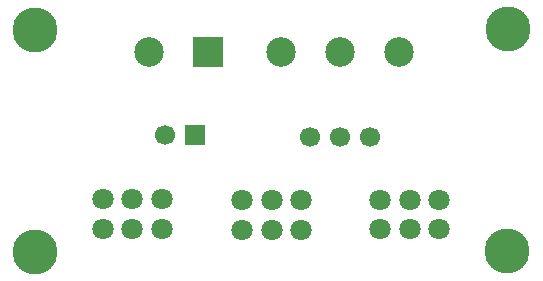
<source format=gbr>
G04 #@! TF.GenerationSoftware,KiCad,Pcbnew,9.0.1*
G04 #@! TF.CreationDate,2025-04-21T21:40:15+02:00*
G04 #@! TF.ProjectId,3_pots_pcb_v0.2a,335f706f-7473-45f7-9063-625f76302e32,rev?*
G04 #@! TF.SameCoordinates,Original*
G04 #@! TF.FileFunction,Soldermask,Bot*
G04 #@! TF.FilePolarity,Negative*
%FSLAX46Y46*%
G04 Gerber Fmt 4.6, Leading zero omitted, Abs format (unit mm)*
G04 Created by KiCad (PCBNEW 9.0.1) date 2025-04-21 21:40:15*
%MOMM*%
%LPD*%
G01*
G04 APERTURE LIST*
%ADD10C,1.800000*%
%ADD11C,2.500000*%
%ADD12R,2.500000X2.500000*%
%ADD13C,3.800000*%
%ADD14C,1.700000*%
%ADD15R,1.700000X1.700000*%
G04 APERTURE END LIST*
D10*
X148925000Y-110125000D03*
X151425000Y-110125000D03*
X153925000Y-110125000D03*
X148925000Y-107625000D03*
X151425000Y-107625000D03*
X153925000Y-107625000D03*
X160725000Y-110225000D03*
X163225000Y-110225000D03*
X165725000Y-110225000D03*
X160725000Y-107725000D03*
X163225000Y-107725000D03*
X165725000Y-107725000D03*
X172425000Y-110175000D03*
X174925000Y-110175000D03*
X177425000Y-110175000D03*
X172425000Y-107675000D03*
X174925000Y-107675000D03*
X177425000Y-107675000D03*
D11*
X152825000Y-95125000D03*
D12*
X157825000Y-95125000D03*
D13*
X143225000Y-93250000D03*
X183175000Y-112025000D03*
X183200000Y-93200000D03*
D14*
X154175000Y-102200000D03*
D15*
X156715000Y-102200000D03*
D13*
X143225000Y-112075000D03*
D14*
X166485000Y-102325000D03*
X169025000Y-102325000D03*
X171565000Y-102325000D03*
D11*
X164025000Y-95125000D03*
X169025000Y-95125000D03*
X174025000Y-95125000D03*
M02*

</source>
